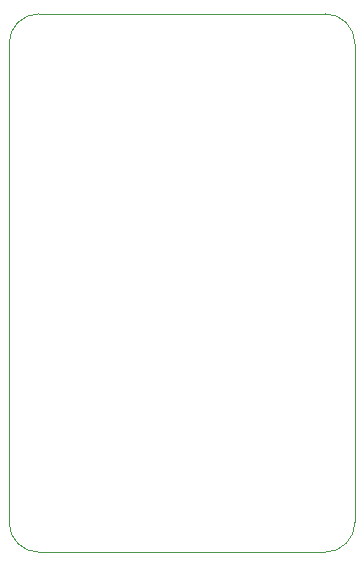
<source format=gbr>
%TF.GenerationSoftware,KiCad,Pcbnew,(6.0.8-1)-1*%
%TF.CreationDate,2023-01-25T17:11:04-08:00*%
%TF.ProjectId,SiPM_breakout,5369504d-5f62-4726-9561-6b6f75742e6b,rev?*%
%TF.SameCoordinates,Original*%
%TF.FileFunction,Profile,NP*%
%FSLAX46Y46*%
G04 Gerber Fmt 4.6, Leading zero omitted, Abs format (unit mm)*
G04 Created by KiCad (PCBNEW (6.0.8-1)-1) date 2023-01-25 17:11:04*
%MOMM*%
%LPD*%
G01*
G04 APERTURE LIST*
%TA.AperFunction,Profile*%
%ADD10C,0.050000*%
%TD*%
G04 APERTURE END LIST*
D10*
X105972000Y-77597000D02*
X105972000Y-118110000D01*
X79220000Y-75057000D02*
X103432000Y-75057000D01*
X103432000Y-120650000D02*
X79220000Y-120650000D01*
X79220000Y-75057000D02*
G75*
G03*
X76680000Y-77597000I0J-2540000D01*
G01*
X105972000Y-77597000D02*
G75*
G03*
X103432000Y-75057000I-2540000J0D01*
G01*
X76680000Y-118110000D02*
G75*
G03*
X79220000Y-120650000I2540000J0D01*
G01*
X103432000Y-120650000D02*
G75*
G03*
X105972000Y-118110000I0J2540000D01*
G01*
X76680000Y-118110000D02*
X76680000Y-77597000D01*
M02*

</source>
